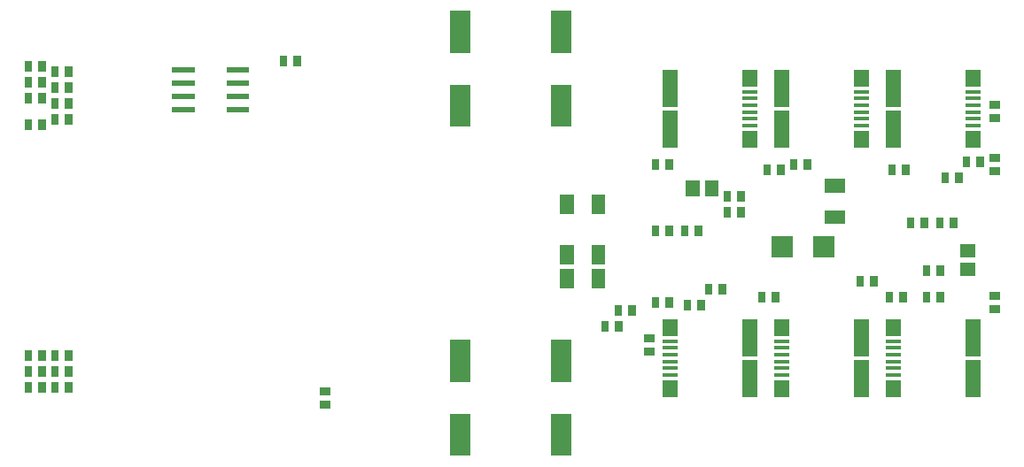
<source format=gbr>
G04 start of page 12 for group -4015 idx -4015 *
G04 Title: board, toppaste *
G04 Creator: pcb 20140316 *
G04 CreationDate: Mon 25 Sep 2017 03:50:36 AM GMT UTC *
G04 For: brian *
G04 Format: Gerber/RS-274X *
G04 PCB-Dimensions (mil): 6000.00 5000.00 *
G04 PCB-Coordinate-Origin: lower left *
%MOIN*%
%FSLAX25Y25*%
%LNTOPPASTE*%
%ADD152C,0.0001*%
%ADD151R,0.0200X0.0200*%
%ADD150R,0.0559X0.0559*%
%ADD149R,0.0138X0.0138*%
%ADD148R,0.0295X0.0295*%
%ADD147R,0.0512X0.0512*%
%ADD146R,0.0787X0.0787*%
G54D146*X315000Y185913D02*Y178039D01*
Y157961D02*Y150087D01*
X353000Y185913D02*Y178039D01*
Y157961D02*Y150087D01*
G54D147*X355095Y223181D02*Y220819D01*
X366905Y223181D02*Y220819D01*
G54D148*X374441Y201492D02*Y200508D01*
X379559Y201492D02*Y200508D01*
X369441Y195492D02*Y194508D01*
X374559Y195492D02*Y194508D01*
X385508Y185441D02*X386492D01*
X385508Y190559D02*X386492D01*
G54D149*X433894Y189398D02*X438106D01*
X433894Y186839D02*X438106D01*
X433894Y184280D02*X438106D01*
X433894Y181720D02*X438106D01*
X433894Y179161D02*X438106D01*
X433894Y176602D02*X438106D01*
G54D150*X466000Y179614D02*Y171031D01*
Y194969D02*Y186386D01*
X436000Y194967D02*Y194063D01*
Y171937D02*Y171033D01*
G54D149*X391894Y189398D02*X396106D01*
X391894Y186839D02*X396106D01*
X391894Y184280D02*X396106D01*
X391894Y181720D02*X396106D01*
X391894Y179161D02*X396106D01*
X391894Y176602D02*X396106D01*
G54D150*X424000Y179614D02*Y171031D01*
Y194969D02*Y186386D01*
X394000Y194967D02*Y194063D01*
Y171937D02*Y171033D01*
G54D149*X475894Y189398D02*X480106D01*
X475894Y186839D02*X480106D01*
X475894Y184280D02*X480106D01*
X475894Y181720D02*X480106D01*
X475894Y179161D02*X480106D01*
X475894Y176602D02*X480106D01*
G54D150*X508000Y179614D02*Y171031D01*
Y194969D02*Y186386D01*
X478000Y194967D02*Y194063D01*
Y171937D02*Y171033D01*
G54D148*X415441Y244492D02*Y243508D01*
X420559Y244492D02*Y243508D01*
G54D147*X409543Y247393D02*Y246607D01*
X402457Y247393D02*Y246607D01*
G54D148*X400441Y203492D02*Y202508D01*
X405559Y203492D02*Y202508D01*
X413559Y209492D02*Y208508D01*
X408441Y209492D02*Y208508D01*
X433559Y206492D02*Y205508D01*
X428441Y206492D02*Y205508D01*
X415441Y238492D02*Y237508D01*
X420559Y238492D02*Y237508D01*
X435559Y254492D02*Y253508D01*
X430441Y254492D02*Y253508D01*
X393559Y204492D02*Y203508D01*
X388441Y204492D02*Y203508D01*
X440441Y256492D02*Y255508D01*
X445559Y256492D02*Y255508D01*
X393559Y256492D02*Y255508D01*
X388441Y256492D02*Y255508D01*
X393559Y231492D02*Y230508D01*
X388441Y231492D02*Y230508D01*
X404559Y231492D02*Y230508D01*
X399441Y231492D02*Y230508D01*
G54D147*X355095Y214181D02*Y211819D01*
X366905Y214181D02*Y211819D01*
G54D146*X353000Y281961D02*Y274087D01*
Y309913D02*Y302039D01*
X315000Y281961D02*Y274087D01*
Y309913D02*Y302039D01*
G54D148*X495559Y206492D02*Y205508D01*
X490441Y206492D02*Y205508D01*
X510559Y257492D02*Y256508D01*
X505441Y257492D02*Y256508D01*
X497441Y251492D02*Y250508D01*
X502559Y251492D02*Y250508D01*
X477441Y254492D02*Y253508D01*
X482559Y254492D02*Y253508D01*
X470559Y212492D02*Y211508D01*
X465441Y212492D02*Y211508D01*
G54D147*X454819Y247905D02*X457181D01*
X454819Y236095D02*X457181D01*
G54D148*X495559Y216492D02*Y215508D01*
X490441Y216492D02*Y215508D01*
X476441Y206492D02*Y205508D01*
X481559Y206492D02*Y205508D01*
X515508Y273441D02*X516492D01*
X515508Y278559D02*X516492D01*
G54D149*X505894Y270602D02*X510106D01*
X505894Y273161D02*X510106D01*
X505894Y275720D02*X510106D01*
X505894Y278280D02*X510106D01*
X505894Y280839D02*X510106D01*
X505894Y283398D02*X510106D01*
G54D150*X478000Y288969D02*Y280386D01*
Y273614D02*Y265031D01*
X508000Y265937D02*Y265033D01*
Y288967D02*Y288063D01*
G54D149*X463894Y270602D02*X468106D01*
X463894Y273161D02*X468106D01*
X463894Y275720D02*X468106D01*
X463894Y278280D02*X468106D01*
X463894Y280839D02*X468106D01*
X463894Y283398D02*X468106D01*
G54D150*X436000Y288969D02*Y280386D01*
Y273614D02*Y265031D01*
X466000Y265937D02*Y265033D01*
Y288967D02*Y288063D01*
G54D148*X495441Y234492D02*Y233508D01*
X500559Y234492D02*Y233508D01*
X484441Y234492D02*Y233508D01*
X489559Y234492D02*Y233508D01*
X515508Y206559D02*X516492D01*
X515508Y201441D02*X516492D01*
X515508Y253441D02*X516492D01*
X515508Y258559D02*X516492D01*
X162441Y172492D02*Y171508D01*
X167559Y172492D02*Y171508D01*
X157559Y172492D02*Y171508D01*
X152441Y172492D02*Y171508D01*
X157559Y178492D02*Y177508D01*
X152441Y178492D02*Y177508D01*
X162441Y178492D02*Y177508D01*
X167559Y178492D02*Y177508D01*
X157559Y287492D02*Y286508D01*
X152441Y287492D02*Y286508D01*
X162441Y285492D02*Y284508D01*
X167559Y285492D02*Y284508D01*
X157559Y281492D02*Y280508D01*
X152441Y281492D02*Y280508D01*
X162441Y279492D02*Y278508D01*
X167559Y279492D02*Y278508D01*
X157559Y271492D02*Y270508D01*
X152441Y271492D02*Y270508D01*
X162441Y273492D02*Y272508D01*
X167559Y273492D02*Y272508D01*
X157559Y184492D02*Y183508D01*
X152441Y184492D02*Y183508D01*
X162441Y184492D02*Y183508D01*
X167559Y184492D02*Y183508D01*
X157559Y293492D02*Y292508D01*
X152441Y293492D02*Y292508D01*
X162441Y291492D02*Y290508D01*
X167559Y291492D02*Y290508D01*
G54D147*X505607Y216457D02*X506393D01*
X505607Y223543D02*X506393D01*
G54D148*X263508Y170559D02*X264492D01*
X263508Y165441D02*X264492D01*
G54D151*X207500Y291500D02*X214000D01*
X207500Y286500D02*X214000D01*
X207500Y281500D02*X214000D01*
X207500Y276500D02*X214000D01*
X228000D02*X234500D01*
X228000Y281500D02*X234500D01*
X228000Y286500D02*X234500D01*
X228000Y291500D02*X234500D01*
G54D148*X253559Y295492D02*Y294508D01*
X248441Y295492D02*Y294508D01*
G54D147*X355095Y242181D02*Y239819D01*
X366905Y242181D02*Y239819D01*
G54D149*X421894Y270602D02*X426106D01*
X421894Y273161D02*X426106D01*
X421894Y275720D02*X426106D01*
X421894Y278280D02*X426106D01*
X421894Y280839D02*X426106D01*
X421894Y283398D02*X426106D01*
G54D150*X394000Y288969D02*Y280386D01*
Y273614D02*Y265031D01*
X424000Y265937D02*Y265033D01*
Y288967D02*Y288063D01*
G54D152*G36*
X432200Y228950D02*Y221050D01*
X440100D01*
Y228950D01*
X432200D01*
G37*
G36*
X447900D02*Y221050D01*
X455800D01*
Y228950D01*
X447900D01*
G37*
M02*

</source>
